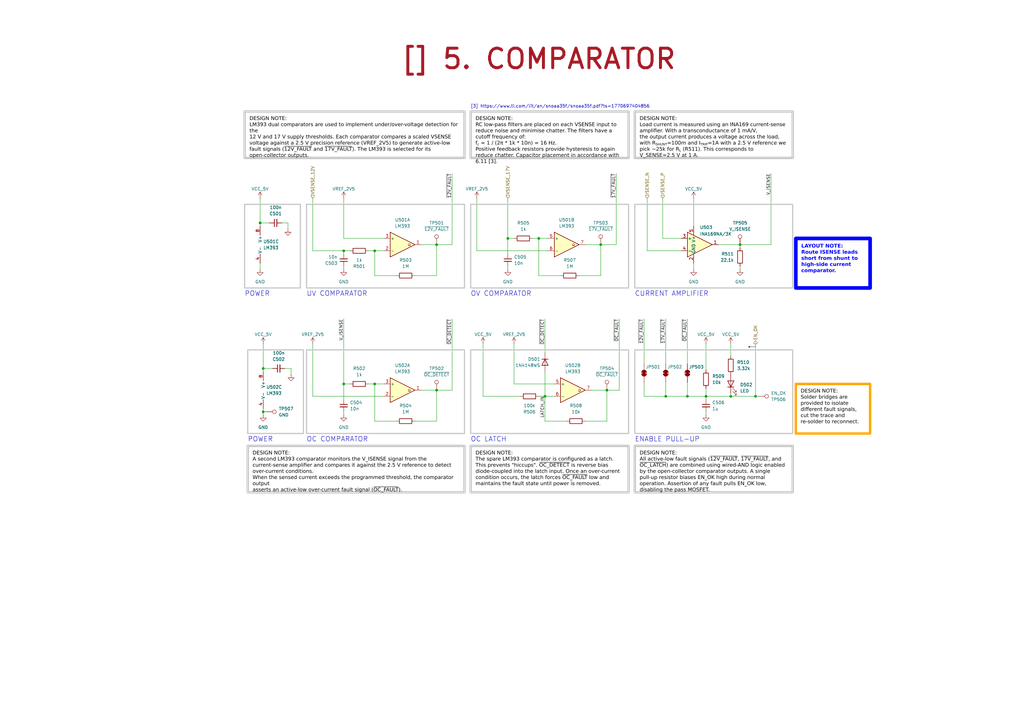
<source format=kicad_sch>
(kicad_sch (version 20250114) (generator "eeschema") (generator_version "9.0")
  (paper "A3")
  (title_block (title "5. COMPARATOR") (date "2025-01-12") (rev "${REVISION}") (company "${COMPANY}"))
  (lib_symbols
    (symbol "Amplifier_Current:INA169" (pin_names (offset 0.127))
      (property "Reference" "U" (at 3.81 5.08 0))
      (property "Value" "INA169" (at 3.81 2.54 0))
      (symbol "INA169_0_1"
        (polyline (pts (xy -5.08 5.08) (xy 5.08 0) (xy -5.08 -5.08) (xy -5.08 5.08)) (stroke (width 0.254)) (fill (type background)))
      )
      (symbol "INA169_1_1"
        (pin input line (at -7.62 2.54 0) (length 2.54) (name "+") (number "3"))
        (pin input line (at -7.62 -2.54 0) (length 2.54) (name "-") (number "4"))
        (pin power_in line (at -2.54 7.62 270) (length 3.81) (name "V+") (number "5"))
        (pin power_in line (at -2.54 -7.62 90) (length 3.81) (name "GND") (number "2"))
        (pin output line (at 7.62 0 180) (length 2.54) (name "~") (number "1"))
      )
    )
    (symbol "Comparator:LM393" (pin_names (offset 0.127))
      (property "Reference" "U" (at 3.81 3.81 0))
      (property "Value" "LM393" (at 6.35 -3.81 0))
      (symbol "LM393_1_1"
        (polyline (pts (xy -5.08 5.08) (xy 5.08 0) (xy -5.08 -5.08) (xy -5.08 5.08)) (stroke (width 0.254)) (fill (type background)))
        (polyline (pts (xy 3.302 -0.508) (xy 2.794 -0.508) (xy 3.302 0) (xy 2.794 0.508) (xy 2.286 0) (xy 2.794 -0.508) (xy 2.286 -0.508)) (stroke (width 0.127)))
        (pin input line (at -7.62 2.54 0) (length 2.54) (name "+") (number "3"))
        (pin input line (at -7.62 -2.54 0) (length 2.54) (name "-") (number "2"))
        (pin open_collector line (at 7.62 0 180) (length 2.54) (name "~") (number "1"))
      )
      (symbol "LM393_2_1"
        (polyline (pts (xy -5.08 5.08) (xy 5.08 0) (xy -5.08 -5.08) (xy -5.08 5.08)) (stroke (width 0.254)) (fill (type background)))
        (polyline (pts (xy 3.302 -0.508) (xy 2.794 -0.508) (xy 3.302 0) (xy 2.794 0.508) (xy 2.286 0) (xy 2.794 -0.508) (xy 2.286 -0.508)) (stroke (width 0.127)))
        (pin input line (at -7.62 2.54 0) (length 2.54) (name "+") (number "5"))
        (pin input line (at -7.62 -2.54 0) (length 2.54) (name "-") (number "6"))
        (pin open_collector line (at 7.62 0 180) (length 2.54) (name "~") (number "7"))
      )
      (symbol "LM393_3_1"
        (pin power_in line (at -2.54 7.62 270) (length 3.81) (name "V+") (number "8"))
        (pin power_in line (at -2.54 -7.62 90) (length 3.81) (name "V-") (number "4"))
      )
    )
    (symbol "Connector:TestPoint" (pin_numbers (hide yes)) (pin_names (offset 0.762) (hide yes))
      (property "Reference" "TP" (at 0 6.858 0))
      (property "Value" "TestPoint" (at 0 5.08 0))
      (symbol "TestPoint_0_1"
        (circle (center 0 3.302) (radius 0.762))
      )
      (symbol "TestPoint_1_1"
        (pin passive line (at 0 0 90) (length 2.54) (name "1") (number "1"))
      )
    )
    (symbol "Device:C_Small" (pin_numbers (hide yes)) (pin_names (offset 0.254) (hide yes))
      (property "Reference" "C" (at 0.254 1.778 0))
      (property "Value" "C_Small" (at 0.254 -2.032 0))
      (symbol "C_Small_0_1"
        (polyline (pts (xy -1.524 0.508) (xy 1.524 0.508)) (stroke (width 0.3048)))
        (polyline (pts (xy -1.524 -0.508) (xy 1.524 -0.508)) (stroke (width 0.3302)))
      )
      (symbol "C_Small_1_1"
        (pin passive line (at 0 2.54 270) (length 2.032) (name "~") (number "1"))
        (pin passive line (at 0 -2.54 90) (length 2.032) (name "~") (number "2"))
      )
    )
    (symbol "Device:LED" (pin_numbers (hide yes)) (pin_names (offset 1.016) (hide yes))
      (property "Reference" "D" (at 0 2.54 0))
      (property "Value" "LED" (at 0 -2.54 0))
      (symbol "LED_0_1"
        (polyline (pts (xy -3.048 -0.762) (xy -4.572 -2.286) (xy -3.81 -2.286) (xy -4.572 -2.286) (xy -4.572 -1.524)))
        (polyline (pts (xy -1.778 -0.762) (xy -3.302 -2.286) (xy -2.54 -2.286) (xy -3.302 -2.286) (xy -3.302 -1.524)))
        (polyline (pts (xy -1.27 0) (xy 1.27 0)))
        (polyline (pts (xy -1.27 -1.27) (xy -1.27 1.27)) (stroke (width 0.254)))
        (polyline (pts (xy 1.27 -1.27) (xy 1.27 1.27) (xy -1.27 0) (xy 1.27 -1.27)) (stroke (width 0.254)))
      )
      (symbol "LED_1_1"
        (pin passive line (at -3.81 0 0) (length 2.54) (name "K") (number "1"))
        (pin passive line (at 3.81 0 180) (length 2.54) (name "A") (number "2"))
      )
    )
    (symbol "Device:R" (pin_numbers (hide yes)) (pin_names (offset 0))
      (property "Reference" "R" (at 2.032 0 90))
      (property "Value" "R" (at 0 0 90))
      (symbol "R_0_1"
        (rectangle (start -1.016 -2.54) (end 1.016 2.54) (stroke (width 0.254)))
      )
      (symbol "R_1_1"
        (pin passive line (at 0 3.81 270) (length 1.27) (name "~") (number "1"))
        (pin passive line (at 0 -3.81 90) (length 1.27) (name "~") (number "2"))
      )
    )
    (symbol "Diode:1N4148WS" (pin_numbers (hide yes)) (pin_names (hide yes))
      (property "Reference" "D" (at 0 2.54 0))
      (property "Value" "1N4148WS" (at 0 -2.54 0))
      (symbol "1N4148WS_0_1"
        (polyline (pts (xy -1.27 1.27) (xy -1.27 -1.27)) (stroke (width 0.254)))
        (polyline (pts (xy 1.27 1.27) (xy 1.27 -1.27) (xy -1.27 0) (xy 1.27 1.27)) (stroke (width 0.254)))
        (polyline (pts (xy 1.27 0) (xy -1.27 0)))
      )
      (symbol "1N4148WS_1_1"
        (pin passive line (at -3.81 0 0) (length 2.54) (name "K") (number "1"))
        (pin passive line (at 3.81 0 180) (length 2.54) (name "A") (number "2"))
      )
    )
    (symbol "Jumper:SolderJumper_2_Bridged" (pin_numbers (hide yes)) (pin_names (offset 0) (hide yes)) (in_bom no)
      (property "Reference" "JP" (at 0 2.032 0))
      (property "Value" "SolderJumper_2_Bridged" (at 0 -2.54 0))
      (symbol "SolderJumper_2_Bridged_0_1"
        (rectangle (start -0.508 0.508) (end 0.508 -0.508) (fill (type outline)))
        (polyline (pts (xy -0.254 1.016) (xy -0.254 -1.016)))
        (arc (start -0.254 -1.016) (mid -1.2656 0) (end -0.254 1.016))
        (arc (start -0.254 -1.016) (mid -1.2656 0) (end -0.254 1.016) (fill (type outline)))
        (arc (start 0.254 1.016) (mid 1.2656 0) (end 0.254 -1.016))
        (arc (start 0.254 1.016) (mid 1.2656 0) (end 0.254 -1.016) (fill (type outline)))
        (polyline (pts (xy 0.254 1.016) (xy 0.254 -1.016)))
      )
      (symbol "SolderJumper_2_Bridged_1_1"
        (pin passive line (at -3.81 0 0) (length 2.54) (name "A") (number "1"))
        (pin passive line (at 3.81 0 180) (length 2.54) (name "B") (number "2"))
      )
    )
    (symbol "power:+2V5" (power) (pin_numbers (hide yes)) (pin_names (offset 0) (hide yes))
      (property "Value" "+2V5" (at 0 3.556 0))
      (symbol "+2V5_0_1"
        (polyline (pts (xy -0.762 1.27) (xy 0 2.54)))
        (polyline (pts (xy 0 2.54) (xy 0.762 1.27)))
        (polyline (pts (xy 0 0) (xy 0 2.54)))
      )
      (symbol "+2V5_1_1"
        (pin power_in line (at 0 0 90) (length 0) (name "~") (number "1"))
      )
    )
    (symbol "power:GND" (power) (pin_numbers (hide yes)) (pin_names (offset 0) (hide yes))
      (property "Value" "GND" (at 0 -3.81 0))
      (symbol "GND_0_1"
        (polyline (pts (xy 0 0) (xy 0 -1.27) (xy 1.27 -1.27) (xy 0 -2.54) (xy -1.27 -1.27) (xy 0 -1.27)))
      )
      (symbol "GND_1_1"
        (pin power_in line (at 0 0 270) (length 0) (name "~") (number "1"))
      )
    )
    (symbol "power:VCC" (power) (pin_numbers (hide yes)) (pin_names (offset 0) (hide yes))
      (property "Value" "VCC" (at 0 3.556 0))
      (symbol "VCC_0_1"
        (polyline (pts (xy -0.762 1.27) (xy 0 2.54)))
        (polyline (pts (xy 0 2.54) (xy 0.762 1.27)))
        (polyline (pts (xy 0 0) (xy 0 2.54)))
      )
      (symbol "VCC_1_1"
        (pin power_in line (at 0 0 90) (length 0) (name "~") (number "1"))
      )
    )
  )
  (rectangle (start 260.35 83.82) (end 325.12 118.11) (stroke (width 0.5) (color 200 200 200 1)))
  (rectangle (start 193.04 83.82) (end 257.81 118.11) (stroke (width 0.5) (color 200 200 200 1)))
  (rectangle (start 125.73 143.51) (end 190.5 177.8) (stroke (width 0.5) (color 200 200 200 1)))
  (rectangle (start 101.6 143.51) (end 124.46 177.8) (stroke (width 0.5) (color 200 200 200 1)))
  (rectangle (start 125.73 83.82) (end 190.5 118.11) (stroke (width 0.5) (color 200 200 200 1)))
  (rectangle (start 193.04 143.51) (end 257.81 177.8) (stroke (width 0.5) (color 200 200 200 1)))
  (rectangle (start 260.35 143.51) (end 325.12 177.8) (stroke (width 0.5) (color 200 200 200 1)))
  (rectangle (start 100.33 83.82) (end 123.19 118.11) (stroke (width 0.5) (color 200 200 200 1)))
  (text "OV COMPARATOR" (at 193.04 119.38 0) (effects (font (size 2 2)) (justify left top)))
  (text "OC COMPARATOR" (at 125.73 179.07 0) (effects (font (size 2 2)) (justify left top)))
  (text "UV COMPARATOR" (at 125.73 119.38 0) (effects (font (size 2 2)) (justify left top)))
  (text "ENABLE PULL-UP" (at 260.35 179.07 0) (effects (font (size 2 2)) (justify left top)))
  (text "[3] https://www.ti.com/lit/an/snoaa35f/snoaa35f.pdf?ts=1770697404856" (at 193.04 44.45 0) (effects (font (size 1.27 1.27)) (justify left bottom)))
  (text "POWER" (at 101.6 179.07 0) (effects (font (size 2 2)) (justify left top)))
  (text "OC LATCH" (at 193.04 179.07 0) (effects (font (size 2 2)) (justify left top)))
  (text "CURRENT AMPLIFIER" (at 260.35 119.38 0) (effects (font (size 2 2)) (justify left top)))
  (text "POWER" (at 100.33 119.38 0) (effects (font (size 2 2)) (justify left top)))
  (text_box "DESIGN NOTE:\nSolder bridges are provided to isolate different fault signals, cut the trace and re-solder to reconnect." (at 326.39 157.48 0) (size 30.48 20.32) (margins 2 2 2 2) (stroke (width 1) (color 255 165 0 1)) (effects (font (size 1.5 1.5)) (justify left top)))
  (text_box "DESIGN NOTE:\nRC low-pass filters are placed on each VSENSE input to reduce noise and minimise chatter. The filters have a cutoff frequency of:\nf_{c} = 1 / (2π * 1k * 10n) = 16 Hz.\nPositive feedback resistors provide hysteresis to again reduce chatter. Capacitor placement in accordance with 6.11 [3]." (at 193.04 45.72 0) (size 64.77 19.05) (margins 2 2 2 2) (stroke (width 1) (color 200 200 200 1)) (effects (font (size 1.5 1.5)) (justify left top)))
  (text_box "LAYOUT NOTE:\nRoute ISENSE leads short from shunt to high-side current comparator." (at 326.39 97.79 0) (size 30.48 20.32) (margins 2.25 2.25 2.25 2.25) (stroke (width 1.5) (color 0 0 255 1)) (effects (font (size 1.5 1.5) (thickness 0.4) (bold yes)) (justify left top)))
  (text_box "DESIGN NOTE:\nAll active-low fault signals (~{12V_FAULT}, ~{17V_FAULT}, and ~{OC_LATCH}) are combined using wired-AND logic enabled by the open-collector comparator outputs. A single pull-up resistor biases EN_OK high during normal operation. Assertion of any fault pulls EN_OK low, disabling the pass MOSFET." (at 260.35 182.88 0) (size 64.77 19.05) (margins 2 2 2 2) (stroke (width 1) (color 200 200 200 1)) (effects (font (size 1.5 1.5)) (justify left top)))
  (text_box "DESIGN NOTE:\nLoad current is measured using an INA169 current-sense amplifier. With a transconductance of 1 mA/V, \nthe output current produces a voltage across the load, with R_{SHUNT}=100m and I_{TRIP}=1A with a 2.5 V reference we pick ~25k for R_{L} (R511). This corresponds to V_SENSE=2.5 V at 1 A." (at 260.35 45.72 0) (size 64.77 19.05) (margins 2 2 2 2) (stroke (width 1) (color 200 200 200 1)) (effects (font (size 1.5 1.5)) (justify left top)))
  (text_box "DESIGN NOTE:\nA second LM393 comparator monitors the V_ISENSE signal from the current-sense amplifier and compares it against the 2.5 V reference to detect over-current conditions.\nWhen the sensed current exceeds the programmed threshold, the comparator output\nasserts an active-low over-current fault signal (~{OC_FAULT}).\n" (at 101.6 182.88 0) (size 88.9 19.05) (margins 2 2 2 2) (stroke (width 1) (color 200 200 200 1)) (effects (font (size 1.5 1.5)) (justify left top)))
  (text_box "DESIGN NOTE:\nLM393 dual comparators are used to implement under/over-voltage detection for the\n12 V and 17 V supply thresholds. Each comparator compares a scaled VSENSE\nvoltage against a 2.5 V precision reference (VREF_2V5) to generate active-low\nfault signals (~{12V_FAULT} and ~{17V_FAULT}). The LM393 is selected for its open-collector outputs." (at 100.33 45.72 0) (size 90.17 19.05) (margins 2 2 2 2) (stroke (width 1) (color 200 200 200 1)) (effects (font (size 1.5 1.5)) (justify left top)))
  (text_box "DESIGN NOTE:\nThe spare LM393 comparator is configured as a latch. This prevents \"hiccups\". ~{OC_DETECT} is reverse bias diode-coupled into the latch input. Once an over-current condition occurs, the latch forces ~{OC_FAULT} low and maintains the fault state until power is removed." (at 193.04 182.88 0) (size 64.77 19.05) (margins 2 2 2 2) (stroke (width 1) (color 200 200 200 1)) (effects (font (size 1.5 1.5)) (justify left top)))
  (text_box "[${#}] ${TITLE}" (at 139.7 17.78 0) (size 162.56 12.7) (margins 5.9999 5.9999 5.9999 5.9999) (stroke (width -0.0001)) (effects (font (size 8 8) (thickness 1.2) (bold yes))))
  (junction (at 299.72 162.56))
  (junction (at 179.07 100.33))
  (junction (at 153.67 102.87))
  (junction (at 179.07 160.02))
  (junction (at 281.94 162.56))
  (junction (at 273.05 162.56))
  (junction (at 248.92 160.02))
  (junction (at 107.95 151.13))
  (junction (at 309.88 162.56))
  (junction (at 140.97 157.48))
  (junction (at 106.68 91.44))
  (junction (at 153.67 157.48))
  (junction (at 303.53 100.33))
  (junction (at 208.28 97.79))
  (junction (at 289.56 162.56))
  (junction (at 223.52 162.56))
  (junction (at 107.95 168.91))
  (junction (at 220.98 97.79))
  (junction (at 246.38 100.33))
  (junction (at 140.97 102.87))
  (wire (pts (xy 118.11 91.44) (xy 115.57 91.44)))
  (wire (pts (xy 198.12 140.97) (xy 198.12 162.56)))
  (wire (pts (xy 210.82 157.48) (xy 227.33 157.48)))
  (wire (pts (xy 281.94 130.81) (xy 281.94 149.225)))
  (wire (pts (xy 220.98 97.79) (xy 224.79 97.79)))
  (wire (pts (xy 195.58 102.87) (xy 195.58 81.28)))
  (wire (pts (xy 281.94 162.56) (xy 281.94 156.845)))
  (wire (pts (xy 153.67 157.48) (xy 157.48 157.48)))
  (wire (pts (xy 220.98 162.56) (xy 223.52 162.56)))
  (wire (pts (xy 140.97 157.48) (xy 143.51 157.48)))
  (wire (pts (xy 153.67 102.87) (xy 157.48 102.87)))
  (wire (pts (xy 185.42 100.33) (xy 179.07 100.33)))
  (wire (pts (xy 289.56 162.56) (xy 289.56 163.83)))
  (wire (pts (xy 151.13 102.87) (xy 153.67 102.87)))
  (wire (pts (xy 218.44 97.79) (xy 220.98 97.79)))
  (wire (pts (xy 264.16 130.81) (xy 264.16 149.225)))
  (wire (pts (xy 299.72 161.29) (xy 299.72 162.56)))
  (wire (pts (xy 240.03 100.33) (xy 246.38 100.33)))
  (wire (pts (xy 289.56 168.91) (xy 289.56 170.18)))
  (wire (pts (xy 213.36 162.56) (xy 198.12 162.56)))
  (wire (pts (xy 289.56 162.56) (xy 299.72 162.56)))
  (wire (pts (xy 153.67 157.48) (xy 153.67 172.72)))
  (wire (pts (xy 248.92 160.02) (xy 254 160.02)))
  (wire (pts (xy 170.18 113.03) (xy 179.07 113.03)))
  (wire (pts (xy 311.15 162.56) (xy 309.88 162.56)))
  (wire (pts (xy 289.56 159.385) (xy 289.56 162.56)))
  (wire (pts (xy 232.41 172.72) (xy 223.52 172.72)))
  (wire (pts (xy 107.95 168.91) (xy 107.95 170.18)))
  (wire (pts (xy 128.27 162.56) (xy 128.27 140.97)))
  (wire (pts (xy 246.38 100.33) (xy 246.38 113.03)))
  (wire (pts (xy 265.43 102.87) (xy 279.4 102.87)))
  (wire (pts (xy 303.53 101.6) (xy 303.53 100.33)))
  (wire (pts (xy 227.33 162.56) (xy 223.52 162.56)))
  (wire (pts (xy 140.97 109.22) (xy 140.97 110.49)))
  (wire (pts (xy 309.88 140.97) (xy 309.88 162.56)))
  (wire (pts (xy 303.53 110.49) (xy 303.53 109.22)))
  (wire (pts (xy 140.97 102.87) (xy 143.51 102.87)))
  (wire (pts (xy 140.97 102.87) (xy 128.27 102.87)))
  (wire (pts (xy 208.28 81.28) (xy 208.28 97.79)))
  (wire (pts (xy 140.97 130.81) (xy 140.97 157.48)))
  (wire (pts (xy 140.97 97.79) (xy 157.48 97.79)))
  (wire (pts (xy 185.42 130.81) (xy 185.42 160.02)))
  (wire (pts (xy 119.38 153.67) (xy 119.38 151.13)))
  (wire (pts (xy 273.05 162.56) (xy 281.94 162.56)))
  (wire (pts (xy 107.95 168.91) (xy 109.22 168.91)))
  (wire (pts (xy 128.27 162.56) (xy 157.48 162.56)))
  (wire (pts (xy 299.72 162.56) (xy 309.88 162.56)))
  (wire (pts (xy 223.52 162.56) (xy 223.52 172.72)))
  (wire (pts (xy 107.95 167.64) (xy 107.95 168.91)))
  (wire (pts (xy 106.68 91.44) (xy 106.68 92.71)))
  (wire (pts (xy 242.57 160.02) (xy 248.92 160.02)))
  (wire (pts (xy 223.52 152.4) (xy 223.52 162.56)))
  (wire (pts (xy 254 130.81) (xy 254 160.02)))
  (wire (pts (xy 252.73 71.12) (xy 252.73 100.33)))
  (wire (pts (xy 118.11 93.98) (xy 118.11 91.44)))
  (wire (pts (xy 240.03 172.72) (xy 248.92 172.72)))
  (wire (pts (xy 303.53 100.33) (xy 316.23 100.33)))
  (wire (pts (xy 172.72 100.33) (xy 179.07 100.33)))
  (wire (pts (xy 264.16 156.845) (xy 264.16 162.56)))
  (wire (pts (xy 140.97 170.18) (xy 140.97 168.91)))
  (wire (pts (xy 208.28 97.79) (xy 208.28 104.14)))
  (wire (pts (xy 179.07 100.33) (xy 179.07 113.03)))
  (wire (pts (xy 195.58 102.87) (xy 224.79 102.87)))
  (wire (pts (xy 264.16 162.56) (xy 273.05 162.56)))
  (wire (pts (xy 271.78 81.28) (xy 271.78 97.79)))
  (wire (pts (xy 299.72 140.97) (xy 299.72 146.05)))
  (wire (pts (xy 237.49 113.03) (xy 246.38 113.03)))
  (wire (pts (xy 185.42 71.12) (xy 185.42 100.33)))
  (wire (pts (xy 316.23 100.33) (xy 316.23 71.12)))
  (wire (pts (xy 107.95 140.97) (xy 107.95 151.13)))
  (wire (pts (xy 252.73 100.33) (xy 246.38 100.33)))
  (wire (pts (xy 284.48 81.28) (xy 284.48 92.71)))
  (wire (pts (xy 153.67 113.03) (xy 153.67 102.87)))
  (wire (pts (xy 140.97 104.14) (xy 140.97 102.87)))
  (wire (pts (xy 179.07 160.02) (xy 179.07 172.72)))
  (wire (pts (xy 172.72 160.02) (xy 179.07 160.02)))
  (wire (pts (xy 294.64 100.33) (xy 303.53 100.33)))
  (wire (pts (xy 208.28 97.79) (xy 210.82 97.79)))
  (wire (pts (xy 289.56 151.765) (xy 289.56 140.97)))
  (wire (pts (xy 106.68 91.44) (xy 110.49 91.44)))
  (wire (pts (xy 185.42 160.02) (xy 179.07 160.02)))
  (wire (pts (xy 106.68 81.28) (xy 106.68 91.44)))
  (wire (pts (xy 119.38 151.13) (xy 116.84 151.13)))
  (wire (pts (xy 151.13 157.48) (xy 153.67 157.48)))
  (wire (pts (xy 223.52 130.81) (xy 223.52 144.78)))
  (wire (pts (xy 210.82 140.97) (xy 210.82 157.48)))
  (wire (pts (xy 128.27 102.87) (xy 128.27 81.28)))
  (wire (pts (xy 265.43 81.28) (xy 265.43 102.87)))
  (wire (pts (xy 271.78 97.79) (xy 279.4 97.79)))
  (wire (pts (xy 106.68 107.95) (xy 106.68 110.49)))
  (wire (pts (xy 220.98 97.79) (xy 220.98 113.03)))
  (wire (pts (xy 284.48 107.95) (xy 284.48 110.49)))
  (wire (pts (xy 208.28 110.49) (xy 208.28 109.22)))
  (wire (pts (xy 162.56 172.72) (xy 153.67 172.72)))
  (wire (pts (xy 273.05 130.81) (xy 273.05 149.225)))
  (wire (pts (xy 140.97 157.48) (xy 140.97 163.83)))
  (wire (pts (xy 179.07 172.72) (xy 170.18 172.72)))
  (wire (pts (xy 248.92 160.02) (xy 248.92 172.72)))
  (wire (pts (xy 273.05 162.56) (xy 273.05 156.845)))
  (wire (pts (xy 229.87 113.03) (xy 220.98 113.03)))
  (wire (pts (xy 162.56 113.03) (xy 153.67 113.03)))
  (wire (pts (xy 107.95 151.13) (xy 111.76 151.13)))
  (wire (pts (xy 140.97 81.28) (xy 140.97 97.79)))
  (wire (pts (xy 107.95 151.13) (xy 107.95 152.4)))
  (wire (pts (xy 281.94 162.56) (xy 289.56 162.56)))
  (label "LATCH_IN" (at 223.52 162.56 270))
  (label "~{OC_FAULT}" (at 254 130.81 270))
  (label "V_ISENSE" (at 316.23 71.12 270))
  (label "~{17V_FAULT}" (at 273.05 130.81 270))
  (label "~{OC_DETECT}" (at 223.52 130.81 270))
  (label "~{17V_FAULT}" (at 252.73 71.12 270))
  (label "~{12V_FAULT}" (at 185.42 71.12 270))
  (label "~{OC_DETECT}" (at 185.42 130.81 270))
  (label "~{OC_FAULT}" (at 281.94 130.81 270))
  (label "V_ISENSE" (at 140.97 130.81 270))
  (label "~{12V_FAULT}" (at 264.16 130.81 270))
  (hierarchical_label "VSENSE_12V" (shape input) (at 128.27 81.28 90))
  (hierarchical_label "ISENSE_P" (shape input) (at 271.78 81.28 90))
  (hierarchical_label "EN_OK" (shape output) (at 309.88 140.97 90))
  (hierarchical_label "ISENSE_N" (shape input) (at 265.43 81.28 90))
  (hierarchical_label "VSENSE_17V" (shape input) (at 208.28 81.28 90))
  (netclass_flag "" (length 2.54) (shape dot) (at 309.88 142.24 90) (property "Netclass" "EN_OK" (effects (hide yes))))
  (symbol (lib_id "power:+2V5") (at 128.27 140.97 0) (unit 1)
    (property "Reference" "#PWR0507" (effects (hide yes)))
    (property "Value" "VREF_2V5" (at 128.27 137.16 0))
    (property "Description" "Power symbol creates a global label with name \"+2V5\"" (effects (hide yes)))
  )
  (symbol (lib_id "power:GND") (at 284.48 110.49 0) (unit 1)
    (property "Reference" "#PWR0516" (effects (hide yes)))
    (property "Value" "GND" (at 284.48 115.57 0))
    (property "Description" "Power symbol creates a global label with name \"GND\" , ground" (effects (hide yes)))
  )
  (symbol (lib_id "power:GND") (at 303.53 110.49 0) (unit 1)
    (property "Reference" "#PWR0520" (effects (hide yes)))
    (property "Value" "GND" (at 303.53 115.57 0))
    (property "Description" "Power symbol creates a global label with name \"GND\" , ground" (effects (hide yes)))
  )
  (symbol (lib_id "Connector:TestPoint") (at 109.22 168.91 270) (unit 1) (in_bom no)
    (property "Reference" "TP507" (at 114.3 167.6399 90) (effects (justify left)))
    (property "Value" "GND" (at 114.3 170.1799 90) (effects (justify left)))
    (property "Footprint" "RD-Testpoints:TestPoint_THTPad_1.5x1.5mm_Drill0.7mm" (effects (hide yes)))
    (property "Description" "test point" (effects (hide yes)))
  )
  (symbol (lib_id "Device:R") (at 233.68 113.03 90) (mirror x) (unit 1)
    (property "Reference" "R507" (at 233.68 106.68 90))
    (property "Value" "1M" (at 233.68 109.22 90))
    (property "Footprint" "Resistor_SMD:R_1206_3216Metric_Pad1.30x1.75mm_HandSolder" (effects (hide yes)))
    (property "Datasheet" "https://www.analogtechnologies.com/document/New_Resistor_Kits.pdf" (effects (hide yes)))
    (property "Description" "RES 1M OHM 1% 1/4W 1206" (effects (hide yes)))
    (property "Manufacturer" "Analog Technologies" (effects (hide yes)))
  )
  (symbol (lib_id "Device:LED") (at 299.72 157.48 90) (unit 1)
    (property "Reference" "D502" (at 303.53 157.7974 90) (effects (justify right)))
    (property "Value" "LED" (at 303.53 160.3374 90) (effects (justify right)))
    (property "Footprint" "LED_SMD:LED_0805_2012Metric_Pad1.15x1.40mm_HandSolder" (effects (hide yes)))
    (property "Datasheet" "https://optoelectronics.liteon.com/upload/download/DS-22-99-0150/LTST-C170KRKT.pdf" (effects (hide yes)))
    (property "Description" "LED RED CLEAR SMD" (effects (hide yes)))
    (property "Sim.Pins" "1=K 2=A" (effects (hide yes)))
    (property "Manufacturer" "Lite-On Inc." (effects (hide yes)))
    (property "MPN" "LTST-C170KRKT" (effects (hide yes)))
    (property "Notes" "Any low power red 0805 LED" (effects (hide yes)))
  )
  (symbol (lib_id "power:VCC") (at 289.56 140.97 0) (unit 1)
    (property "Reference" "#PWR0517" (effects (hide yes)))
    (property "Value" "VCC_5V" (at 289.56 137.16 0))
    (property "Description" "Power symbol creates a global label with name \"VCC\"" (effects (hide yes)))
  )
  (symbol (lib_id "power:VCC") (at 198.12 140.97 0) (unit 1)
    (property "Reference" "#PWR0512" (effects (hide yes)))
    (property "Value" "VCC_5V" (at 198.12 137.16 0))
    (property "Description" "Power symbol creates a global label with name \"VCC\"" (effects (hide yes)))
  )
  (symbol (lib_id "Device:R") (at 147.32 102.87 270) (mirror x) (unit 1)
    (property "Reference" "R501" (at 147.32 109.22 90))
    (property "Value" "1k" (at 147.32 106.68 90))
    (property "Footprint" "Resistor_SMD:R_1206_3216Metric_Pad1.30x1.75mm_HandSolder" (effects (hide yes)))
    (property "Datasheet" "https://www.analogtechnologies.com/document/New_Resistor_Kits.pdf" (effects (hide yes)))
    (property "Description" "RES 1K OHM 1% 1/4W 1206" (effects (hide yes)))
    (property "Manufacturer" "Analog Technologies" (effects (hide yes)))
  )
  (symbol (lib_id "Comparator:LM393") (at 165.1 100.33 0) (unit 1)
    (property "Reference" "U501" (at 165.1 90.17 0))
    (property "Value" "LM393" (at 165.1 92.71 0))
    (property "Footprint" "Package_SO:SOIC-8_3.9x4.9mm_P1.27mm" (effects (hide yes)))
    (property "Datasheet" "http://www.ti.com/lit/ds/symlink/lm393.pdf" (effects (hide yes)))
    (property "Description" "IC COMPARATOR 2 GEN PUR 8SOIC" (effects (hide yes)))
    (property "Manufacturer" "Texas Instruments" (effects (hide yes)))
    (property "MPN" "LM393ADT" (effects (hide yes)))
    (property "Notes" "Open-collector output required, >5V tolerant inputs." (effects (hide yes)))
  )
  (symbol (lib_id "Device:C_Small") (at 208.28 106.68 0) (unit 1)
    (property "Reference" "C505" (at 210.82 105.4162 0) (effects (justify left)))
    (property "Value" "10n" (at 210.82 107.9562 0) (effects (justify left)))
    (property "Footprint" "Capacitor_SMD:C_0603_1608Metric_Pad1.08x0.95mm_HandSolder" (effects (hide yes)))
    (property "Datasheet" "https://mm.digikey.com/Volume0/opasdata/d220001/medias/docus/931/C_Series_GeneralAppl_B11.pdf" (effects (hide yes)))
    (property "Description" "CAP CER 0.01UF 50V X7R 0603" (effects (hide yes)))
    (property "Manufacturer" "TPK" (effects (hide yes)))
    (property "MPN" "C1608X7R1H103KT" (effects (hide yes)))
    (property "Dielectric" "X7R" (effects (hide yes)))
    (property "Voltage_Rating" "50V" (effects (hide yes)))
    (property "Tolerance" "10%" (effects (hide yes)))
  )
  (symbol (lib_id "Connector:TestPoint") (at 179.07 100.33 0) (unit 1) (in_bom no)
    (property "Reference" "TP501" (at 179.07 91.44 0))
    (property "Value" "~{12V_FAULT}" (at 179.07 93.98 0))
    (property "Footprint" "RD-Testpoints:TestPoint_Pad_D1.0mm" (effects (hide yes)))
  )
  (symbol (lib_id "Connector:TestPoint") (at 311.15 162.56 270) (unit 1) (in_bom no)
    (property "Reference" "TP506" (at 316.23 163.83 90) (effects (justify left)))
    (property "Value" "EN_OK" (at 316.23 161.29 90) (effects (justify left)))
    (property "Footprint" "RD-Testpoints:TestPoint_Pad_D1.0mm" (effects (hide yes)))
    (property "Description" "test point" (effects (hide yes)))
  )
  (symbol (lib_id "power:+2V5") (at 140.97 81.28 0) (unit 1)
    (property "Reference" "#PWR0508" (effects (hide yes)))
    (property "Value" "VREF_2V5" (at 140.97 77.47 0))
    (property "Description" "Power symbol creates a global label with name \"+2V5\"" (effects (hide yes)))
  )
  (symbol (lib_id "Connector:TestPoint") (at 248.92 160.02 0) (unit 1) (in_bom no)
    (property "Reference" "TP504" (at 248.92 151.13 0))
    (property "Value" "~{OC_FAULT}" (at 248.92 153.67 0))
    (property "Footprint" "RD-Testpoints:TestPoint_Pad_D1.0mm" (effects (hide yes)))
  )
  (symbol (lib_id "Device:R") (at 236.22 172.72 90) (mirror x) (unit 1)
    (property "Reference" "R508" (at 236.22 166.37 90))
    (property "Value" "10k" (at 236.22 168.91 90))
    (property "Footprint" "Resistor_SMD:R_1206_3216Metric_Pad1.30x1.75mm_HandSolder" (effects (hide yes)))
    (property "Datasheet" "https://www.analogtechnologies.com/document/New_Resistor_Kits.pdf" (effects (hide yes)))
    (property "Description" "RES 10K OHM 1% 1/4W 1206" (effects (hide yes)))
    (property "Manufacturer" "Analog Technologies" (effects (hide yes)))
  )
  (symbol (lib_id "power:GND") (at 107.95 170.18 0) (unit 1)
    (property "Reference" "#PWR0504" (effects (hide yes)))
    (property "Value" "GND" (at 107.95 175.26 0))
    (property "Description" "Power symbol creates a global label with name \"GND\" , ground" (effects (hide yes)))
  )
  (symbol (lib_id "Device:C_Small") (at 289.56 166.37 0) (unit 1)
    (property "Reference" "C506" (at 292.1 165.1062 0) (effects (justify left)))
    (property "Value" "1u" (at 292.1 167.6462 0) (effects (justify left)))
    (property "Footprint" "Capacitor_SMD:C_0603_1608Metric_Pad1.08x0.95mm_HandSolder" (effects (hide yes)))
    (property "Datasheet" "https://mm.digikey.com/Volume0/opasdata/d220001/medias/docus/931/C_Series_GeneralAppl_B11.pdf" (effects (hide yes)))
    (property "Description" "CAP CER 1UF 50V X7R 0603" (effects (hide yes)))
    (property "Manufacturer" "TPK" (effects (hide yes)))
    (property "MPN" "C1608X5R0J105KT" (effects (hide yes)))
    (property "Dielectric" "X5R" (effects (hide yes)))
    (property "Voltage_Rating" "6.3V" (effects (hide yes)))
    (property "Tolerance" "10%" (effects (hide yes)))
  )
  (symbol (lib_id "power:VCC") (at 107.95 140.97 0) (unit 1)
    (property "Reference" "#PWR0503" (effects (hide yes)))
    (property "Value" "VCC_5V" (at 107.95 137.16 0))
    (property "Description" "Power symbol creates a global label with name \"VCC\"" (effects (hide yes)))
  )
  (symbol (lib_id "Jumper:SolderJumper_2_Bridged") (at 273.05 153.035 90) (unit 1) (in_bom no)
    (property "Reference" "JP502" (at 273.685 150.495 90) (effects (justify right)))
    (property "Value" "SolderJumper_2_Bridged" (effects (hide yes)))
    (property "Footprint" "Jumper:SolderJumper-2_P1.3mm_Bridged_Pad1.0x1.5mm" (effects (hide yes)))
    (property "Description" "Solder Jumper, 2-pole, closed/bridged" (effects (hide yes)))
  )
  (symbol (lib_id "power:VCC") (at 299.72 140.97 0) (unit 1)
    (property "Reference" "#PWR0519" (effects (hide yes)))
    (property "Value" "VCC_5V" (at 299.72 137.16 0))
    (property "Description" "Power symbol creates a global label with name \"VCC\"" (effects (hide yes)))
  )
  (symbol (lib_id "Device:R") (at 289.56 155.575 180) (unit 1)
    (property "Reference" "R509" (at 292.1 154.3049 0) (effects (justify right)))
    (property "Value" "10k" (at 292.1 156.8449 0) (effects (justify right)))
    (property "Footprint" "Resistor_SMD:R_1206_3216Metric_Pad1.30x1.75mm_HandSolder" (effects (hide yes)))
    (property "Datasheet" "https://www.analogtechnologies.com/document/New_Resistor_Kits.pdf" (effects (hide yes)))
    (property "Description" "RES 10K OHM 1% 1/4W 1206" (effects (hide yes)))
    (property "Manufacturer" "Analog Technologies" (effects (hide yes)))
  )
  (symbol (lib_id "Diode:1N4148WS") (at 223.52 148.59 270) (unit 1)
    (property "Reference" "D501" (at 221.615 147.32 90) (effects (justify right)))
    (property "Value" "1N4148WS" (at 221.615 149.86 90) (effects (justify right)))
    (property "Footprint" "Diode_SMD:D_SOD-323" (effects (hide yes)))
    (property "Datasheet" "https://diotec.com/request/datasheet/1n4148ws.pdf" (effects (hide yes)))
    (property "Description" "DIODE STANDARD 75V 150MA SOD323F" (effects (hide yes)))
    (property "Sim.Device" "D" (effects (hide yes)))
    (property "Sim.Pins" "1=K 2=A" (effects (hide yes)))
    (property "Manufacturer" "Diotec Semiconductor" (effects (hide yes)))
    (property "MPN" "1N4148WS" (effects (hide yes)))
    (property "Notes" "Fast switching diode, low leakage, used for diode-AND logic gating of control signals" (effects (hide yes)))
  )
  (symbol (lib_id "Amplifier_Current:INA169") (at 287.02 100.33 0) (unit 1)
    (property "Reference" "U503" (at 287.02 93.98 0) (effects (justify left bottom)))
    (property "Value" "INA169NA/3K" (at 287.02 95.25 0) (effects (justify left top)))
    (property "Footprint" "Package_TO_SOT_SMD:SOT-23-5" (effects (hide yes)))
    (property "Datasheet" "http://www.ti.com/lit/ds/symlink/ina169.pdf" (effects (hide yes)))
    (property "Description" "IC CURRENT MONITOR 0.5% SOT23-5" (effects (hide yes)))
    (property "Manufacturer" "Texas Instruments" (effects (hide yes)))
    (property "MPN" "INA169NA/3K" (effects (hide yes)))
    (property "Notes" "Transconductance of 1mA/V" (effects (hide yes)))
  )
  (symbol (lib_id "Device:R") (at 214.63 97.79 90) (mirror x) (unit 1)
    (property "Reference" "R505" (at 214.63 91.44 90))
    (property "Value" "1k" (at 214.63 93.98 90))
    (property "Footprint" "Resistor_SMD:R_1206_3216Metric_Pad1.30x1.75mm_HandSolder" (effects (hide yes)))
    (property "Datasheet" "https://www.analogtechnologies.com/document/New_Resistor_Kits.pdf" (effects (hide yes)))
    (property "Description" "RES 1K OHM 1% 1/4W 1206" (effects (hide yes)))
    (property "Manufacturer" "Analog Technologies" (effects (hide yes)))
  )
  (symbol (lib_id "Comparator:LM393") (at 110.49 160.02 0) (unit 3)
    (property "Reference" "U502" (at 109.22 158.7499 0) (effects (justify left)))
    (property "Value" "LM393" (at 109.22 161.2899 0) (effects (justify left)))
    (property "Footprint" "Package_SO:SOIC-8_3.9x4.9mm_P1.27mm" (effects (hide yes)))
    (property "Datasheet" "http://www.ti.com/lit/ds/symlink/lm393.pdf" (effects (hide yes)))
    (property "Description" "IC COMPARATOR 2 GEN PUR 8SOIC" (effects (hide yes)))
    (property "MPN" "LM393ADT" (effects (hide yes)))
    (property "Manufacturer" "Texas Instruments" (effects (hide yes)))
    (property "Notes" "Open-collector output required, >5V tolerant inputs." (effects (hide yes)))
  )
  (symbol (lib_id "Device:R") (at 217.17 162.56 270) (mirror x) (unit 1)
    (property "Reference" "R506" (at 217.17 168.91 90))
    (property "Value" "100k" (at 217.17 166.37 90))
    (property "Footprint" "Resistor_SMD:R_1206_3216Metric_Pad1.30x1.75mm_HandSolder" (effects (hide yes)))
    (property "Datasheet" "https://www.analogtechnologies.com/document/New_Resistor_Kits.pdf" (effects (hide yes)))
    (property "Description" "RES 100K OHM 1% 1/4W 1206" (effects (hide yes)))
    (property "Manufacturer" "Analog Technologies" (effects (hide yes)))
  )
  (symbol (lib_id "power:VCC") (at 284.48 81.28 0) (unit 1)
    (property "Reference" "#PWR0515" (effects (hide yes)))
    (property "Value" "VCC_5V" (at 284.48 77.47 0))
    (property "Description" "Power symbol creates a global label with name \"VCC\"" (effects (hide yes)))
  )
  (symbol (lib_id "Device:C_Small") (at 140.97 106.68 180) (unit 1)
    (property "Reference" "C503" (at 138.43 107.9438 0) (effects (justify left)))
    (property "Value" "10n" (at 138.43 105.4038 0) (effects (justify left)))
    (property "Footprint" "Capacitor_SMD:C_0603_1608Metric_Pad1.08x0.95mm_HandSolder" (effects (hide yes)))
    (property "Datasheet" "https://mm.digikey.com/Volume0/opasdata/d220001/medias/docus/931/C_Series_GeneralAppl_B11.pdf" (effects (hide yes)))
    (property "Description" "CAP CER 0.01UF 50V X7R 0603" (effects (hide yes)))
    (property "Manufacturer" "TPK" (effects (hide yes)))
    (property "MPN" "C1608X7R1H103KT" (effects (hide yes)))
    (property "Dielectric" "X7R" (effects (hide yes)))
    (property "Voltage_Rating" "50V" (effects (hide yes)))
    (property "Tolerance" "10%" (effects (hide yes)))
  )
  (symbol (lib_id "Device:C_Small") (at 114.3 151.13 90) (unit 1)
    (property "Reference" "C502" (at 116.84 147.32 90) (effects (justify left)))
    (property "Value" "100n" (at 116.84 144.78 90) (effects (justify left)))
    (property "Footprint" "Capacitor_SMD:C_0603_1608Metric_Pad1.08x0.95mm_HandSolder" (effects (hide yes)))
    (property "Datasheet" "https://mm.digikey.com/Volume0/opasdata/d220001/medias/docus/931/C_Series_GeneralAppl_B11.pdf" (effects (hide yes)))
    (property "Description" "CAP CER 0.1UF 16V X7R 0603" (effects (hide yes)))
    (property "Manufacturer" "TPK" (effects (hide yes)))
    (property "MPN" "C1608X7R1C104KT" (effects (hide yes)))
    (property "Dielectric" "X7R" (effects (hide yes)))
    (property "Voltage_Rating" "16V" (effects (hide yes)))
    (property "Tolerance" "10%" (effects (hide yes)))
  )
  (symbol (lib_id "Device:R") (at 166.37 172.72 90) (mirror x) (unit 1)
    (property "Reference" "R504" (at 166.37 166.37 90))
    (property "Value" "1M" (at 166.37 168.91 90))
    (property "Footprint" "Resistor_SMD:R_1206_3216Metric_Pad1.30x1.75mm_HandSolder" (effects (hide yes)))
    (property "Datasheet" "https://www.analogtechnologies.com/document/New_Resistor_Kits.pdf" (effects (hide yes)))
    (property "Description" "RES 1M OHM 1% 1/4W 1206" (effects (hide yes)))
    (property "Manufacturer" "Analog Technologies" (effects (hide yes)))
  )
  (symbol (lib_id "power:GND") (at 289.56 170.18 0) (unit 1)
    (property "Reference" "#PWR0518" (effects (hide yes)))
    (property "Value" "GND" (at 289.56 175.26 0))
    (property "Description" "Power symbol creates a global label with name \"GND\" , ground" (effects (hide yes)))
  )
  (symbol (lib_id "power:GND") (at 208.28 110.49 0) (unit 1)
    (property "Reference" "#PWR0513" (effects (hide yes)))
    (property "Value" "GND" (at 208.28 115.57 0))
    (property "Description" "Power symbol creates a global label with name \"GND\" , ground" (effects (hide yes)))
  )
  (symbol (lib_id "Connector:TestPoint") (at 179.07 160.02 0) (unit 1) (in_bom no)
    (property "Reference" "TP502" (at 179.07 151.13 0))
    (property "Value" "~{OC_DETECT}" (at 179.07 153.67 0))
    (property "Footprint" "RD-Testpoints:TestPoint_Pad_D1.0mm" (effects (hide yes)))
  )
  (symbol (lib_id "Jumper:SolderJumper_2_Bridged") (at 264.16 153.035 90) (unit 1) (in_bom no)
    (property "Reference" "JP501" (at 264.795 150.495 90) (effects (justify right)))
    (property "Value" "SolderJumper_2_Bridged" (effects (hide yes)))
    (property "Footprint" "Jumper:SolderJumper-2_P1.3mm_Bridged_Pad1.0x1.5mm" (effects (hide yes)))
    (property "Description" "Solder Jumper, 2-pole, closed/bridged" (effects (hide yes)))
  )
  (symbol (lib_id "Comparator:LM393") (at 109.22 100.33 0) (unit 3)
    (property "Reference" "U501" (at 107.95 99.0599 0) (effects (justify left)))
    (property "Value" "LM393" (at 107.95 101.5999 0) (effects (justify left)))
    (property "Footprint" "Package_SO:SOIC-8_3.9x4.9mm_P1.27mm" (effects (hide yes)))
    (property "Datasheet" "http://www.ti.com/lit/ds/symlink/lm393.pdf" (effects (hide yes)))
    (property "Description" "IC COMPARATOR 2 GEN PUR 8SOIC" (effects (hide yes)))
    (property "Manufacturer" "Texas Instruments" (effects (hide yes)))
    (property "MPN" "LM393ADT" (effects (hide yes)))
    (property "Notes" "Open-collector output required, >5V tolerant inputs." (effects (hide yes)))
  )
  (symbol (lib_id "Connector:TestPoint") (at 246.38 100.33 0) (unit 1) (in_bom no)
    (property "Reference" "TP503" (at 246.38 91.44 0))
    (property "Value" "~{17V_FAULT}" (at 246.38 93.98 0))
    (property "Footprint" "RD-Testpoints:TestPoint_Pad_D1.0mm" (effects (hide yes)))
  )
  (symbol (lib_id "power:+2V5") (at 195.58 81.28 0) (unit 1)
    (property "Reference" "#PWR0511" (effects (hide yes)))
    (property "Value" "VREF_2V5" (at 195.58 77.47 0))
    (property "Description" "Power symbol creates a global label with name \"+2V5\"" (effects (hide yes)))
  )
  (symbol (lib_id "Device:R") (at 303.53 105.41 0) (mirror x) (unit 1)
    (property "Reference" "R511" (at 300.99 104.1399 0) (effects (justify right)))
    (property "Value" "22.1k" (at 300.99 106.6799 0) (effects (justify right)))
    (property "Footprint" "Resistor_SMD:R_1206_3216Metric_Pad1.30x1.75mm_HandSolder" (effects (hide yes)))
    (property "Datasheet" "https://www.analogtechnologies.com/document/New_Resistor_Kits.pdf" (effects (hide yes)))
    (property "Description" "RES 22.1K OHM 1% 1/4W 1206" (effects (hide yes)))
    (property "Manufacturer" "Analog Technologies" (effects (hide yes)))
  )
  (symbol (lib_id "Connector:TestPoint") (at 303.53 100.33 0) (unit 1) (in_bom no)
    (property "Reference" "TP505" (at 303.53 91.44 0))
    (property "Value" "V_ISENSE" (at 303.53 93.98 0))
    (property "Footprint" "RD-Testpoints:TestPoint_Pad_D1.0mm" (effects (hide yes)))
  )
  (symbol (lib_id "Jumper:SolderJumper_2_Bridged") (at 281.94 153.035 90) (unit 1) (in_bom no)
    (property "Reference" "JP503" (at 282.575 150.495 90) (effects (justify right)))
    (property "Value" "SolderJumper_2_Bridged" (effects (hide yes)))
    (property "Footprint" "Jumper:SolderJumper-2_P1.3mm_Bridged_Pad1.0x1.5mm" (effects (hide yes)))
    (property "Description" "Solder Jumper, 2-pole, closed/bridged" (effects (hide yes)))
  )
  (symbol (lib_id "Device:C_Small") (at 113.03 91.44 90) (unit 1)
    (property "Reference" "C501" (at 115.57 87.63 90) (effects (justify left)))
    (property "Value" "100n" (at 115.57 85.09 90) (effects (justify left)))
    (property "Footprint" "Capacitor_SMD:C_0603_1608Metric_Pad1.08x0.95mm_HandSolder" (effects (hide yes)))
    (property "Datasheet" "https://mm.digikey.com/Volume0/opasdata/d220001/medias/docus/931/C_Series_GeneralAppl_B11.pdf" (effects (hide yes)))
    (property "Description" "CAP CER 0.1UF 16V X7R 0603" (effects (hide yes)))
    (property "Manufacturer" "TPK" (effects (hide yes)))
    (property "MPN" "C1608X7R1C104KT" (effects (hide yes)))
    (property "Dielectric" "X7R" (effects (hide yes)))
    (property "Voltage_Rating" "16V" (effects (hide yes)))
    (property "Tolerance" "10%" (effects (hide yes)))
  )
  (symbol (lib_id "power:GND") (at 140.97 110.49 0) (unit 1)
    (property "Reference" "#PWR0509" (effects (hide yes)))
    (property "Value" "GND" (at 140.97 115.57 0))
    (property "Description" "Power symbol creates a global label with name \"GND\" , ground" (effects (hide yes)))
  )
  (symbol (lib_id "power:GND") (at 106.68 110.49 0) (unit 1)
    (property "Reference" "#PWR0502" (effects (hide yes)))
    (property "Value" "GND" (at 106.68 115.57 0))
    (property "Description" "Power symbol creates a global label with name \"GND\" , ground" (effects (hide yes)))
  )
  (symbol (lib_id "Comparator:LM393") (at 234.95 160.02 0) (unit 2)
    (property "Reference" "U502" (at 234.95 149.86 0))
    (property "Value" "LM393" (at 234.95 152.4 0))
    (property "Footprint" "Package_SO:SOIC-8_3.9x4.9mm_P1.27mm" (effects (hide yes)))
    (property "Datasheet" "http://www.ti.com/lit/ds/symlink/lm393.pdf" (effects (hide yes)))
    (property "Description" "IC COMPARATOR 2 GEN PUR 8SOIC" (effects (hide yes)))
    (property "MPN" "LM393ADT" (effects (hide yes)))
    (property "Manufacturer" "Texas Instruments" (effects (hide yes)))
    (property "Notes" "Open-collector output required, >5V tolerant inputs." (effects (hide yes)))
  )
  (symbol (lib_id "power:+2V5") (at 210.82 140.97 0) (unit 1)
    (property "Reference" "#PWR0514" (effects (hide yes)))
    (property "Value" "VREF_2V5" (at 210.82 137.16 0))
    (property "Description" "Power symbol creates a global label with name \"+2V5\"" (effects (hide yes)))
  )
  (symbol (lib_id "power:VCC") (at 106.68 81.28 0) (unit 1)
    (property "Reference" "#PWR0501" (effects (hide yes)))
    (property "Value" "VCC_5V" (at 106.68 77.47 0))
    (property "Description" "Power symbol creates a global label with name \"VCC\"" (effects (hide yes)))
  )
  (symbol (lib_id "Comparator:LM393") (at 165.1 160.02 0) (unit 1)
    (property "Reference" "U502" (at 165.1 149.86 0))
    (property "Value" "LM393" (at 165.1 152.4 0))
    (property "Footprint" "Package_SO:SOIC-8_3.9x4.9mm_P1.27mm" (effects (hide yes)))
    (property "Datasheet" "http://www.ti.com/lit/ds/symlink/lm393.pdf" (effects (hide yes)))
    (property "Description" "IC COMPARATOR 2 GEN PUR 8SOIC" (effects (hide yes)))
    (property "MPN" "LM393ADT" (effects (hide yes)))
    (property "Manufacturer" "Texas Instruments" (effects (hide yes)))
    (property "Notes" "Open-collector output required, >5V tolerant inputs." (effects (hide yes)))
  )
  (symbol (lib_id "Device:C_Small") (at 140.97 166.37 0) (unit 1)
    (property "Reference" "C504" (at 143.51 165.1062 0) (effects (justify left)))
    (property "Value" "10n" (at 143.51 167.6462 0) (effects (justify left)))
    (property "Footprint" "Capacitor_SMD:C_0603_1608Metric_Pad1.08x0.95mm_HandSolder" (effects (hide yes)))
    (property "Datasheet" "https://mm.digikey.com/Volume0/opasdata/d220001/medias/docus/931/C_Series_GeneralAppl_B11.pdf" (effects (hide yes)))
    (property "Description" "CAP CER 0.01UF 50V X7R 0603" (effects (hide yes)))
    (property "Manufacturer" "TPK" (effects (hide yes)))
    (property "MPN" "C1608X7R1H103KT" (effects (hide yes)))
    (property "Dielectric" "X7R" (effects (hide yes)))
    (property "Voltage_Rating" "50V" (effects (hide yes)))
    (property "Tolerance" "10%" (effects (hide yes)))
  )
  (symbol (lib_id "Device:R") (at 299.72 149.86 180) (unit 1)
    (property "Reference" "R510" (at 302.26 148.5899 0) (effects (justify right)))
    (property "Value" "3.32k" (at 302.26 151.1299 0) (effects (justify right)))
    (property "Footprint" "Resistor_SMD:R_1206_3216Metric_Pad1.30x1.75mm_HandSolder" (effects (hide yes)))
    (property "Datasheet" "https://www.analogtechnologies.com/document/New_Resistor_Kits.pdf" (effects (hide yes)))
    (property "Description" "RES 3.32K OHM 1% 1/4W 1206" (effects (hide yes)))
    (property "Manufacturer" "Analog Technologies" (effects (hide yes)))
  )
  (symbol (lib_id "Comparator:LM393") (at 232.41 100.33 0) (unit 2)
    (property "Reference" "U501" (at 232.41 90.17 0))
    (property "Value" "LM393" (at 232.41 92.71 0))
    (property "Footprint" "Package_SO:SOIC-8_3.9x4.9mm_P1.27mm" (effects (hide yes)))
    (property "Datasheet" "http://www.ti.com/lit/ds/symlink/lm393.pdf" (effects (hide yes)))
    (property "Description" "IC COMPARATOR 2 GEN PUR 8SOIC" (effects (hide yes)))
    (property "Manufacturer" "Texas Instruments" (effects (hide yes)))
    (property "MPN" "LM393ADT" (effects (hide yes)))
    (property "Notes" "Open-collector output required, >5V tolerant inputs." (effects (hide yes)))
  )
  (symbol (lib_id "power:GND") (at 118.11 93.98 0) (unit 1)
    (property "Reference" "#PWR0505" (effects (hide yes)))
    (property "Value" "GND" (effects (hide yes)))
    (property "Description" "Power symbol creates a global label with name \"GND\" , ground" (effects (hide yes)))
  )
  (symbol (lib_id "power:GND") (at 140.97 170.18 0) (unit 1)
    (property "Reference" "#PWR0510" (effects (hide yes)))
    (property "Value" "GND" (at 140.97 175.26 0))
    (property "Description" "Power symbol creates a global label with name \"GND\" , ground" (effects (hide yes)))
  )
  (symbol (lib_id "Device:R") (at 147.32 157.48 90) (mirror x) (unit 1)
    (property "Reference" "R502" (at 147.32 151.13 90))
    (property "Value" "1k" (at 147.32 153.67 90))
    (property "Footprint" "Resistor_SMD:R_1206_3216Metric_Pad1.30x1.75mm_HandSolder" (effects (hide yes)))
    (property "Datasheet" "https://www.analogtechnologies.com/document/New_Resistor_Kits.pdf" (effects (hide yes)))
    (property "Description" "RES 1K OHM 1% 1/4W 1206" (effects (hide yes)))
    (property "Manufacturer" "Analog Technologies" (effects (hide yes)))
  )
  (symbol (lib_id "power:GND") (at 119.38 153.67 0) (unit 1)
    (property "Reference" "#PWR0506" (effects (hide yes)))
    (property "Value" "GND" (effects (hide yes)))
    (property "Description" "Power symbol creates a global label with name \"GND\" , ground" (effects (hide yes)))
  )
  (symbol (lib_id "Device:R") (at 166.37 113.03 90) (mirror x) (unit 1)
    (property "Reference" "R503" (at 166.37 106.68 90))
    (property "Value" "1M" (at 166.37 109.22 90))
    (property "Footprint" "Resistor_SMD:R_1206_3216Metric_Pad1.30x1.75mm_HandSolder" (effects (hide yes)))
    (property "Datasheet" "https://www.analogtechnologies.com/document/New_Resistor_Kits.pdf" (effects (hide yes)))
    (property "Description" "RES 1M OHM 1% 1/4W 1206" (effects (hide yes)))
    (property "Manufacturer" "Analog Technologies" (effects (hide yes)))
  )
)
</source>
